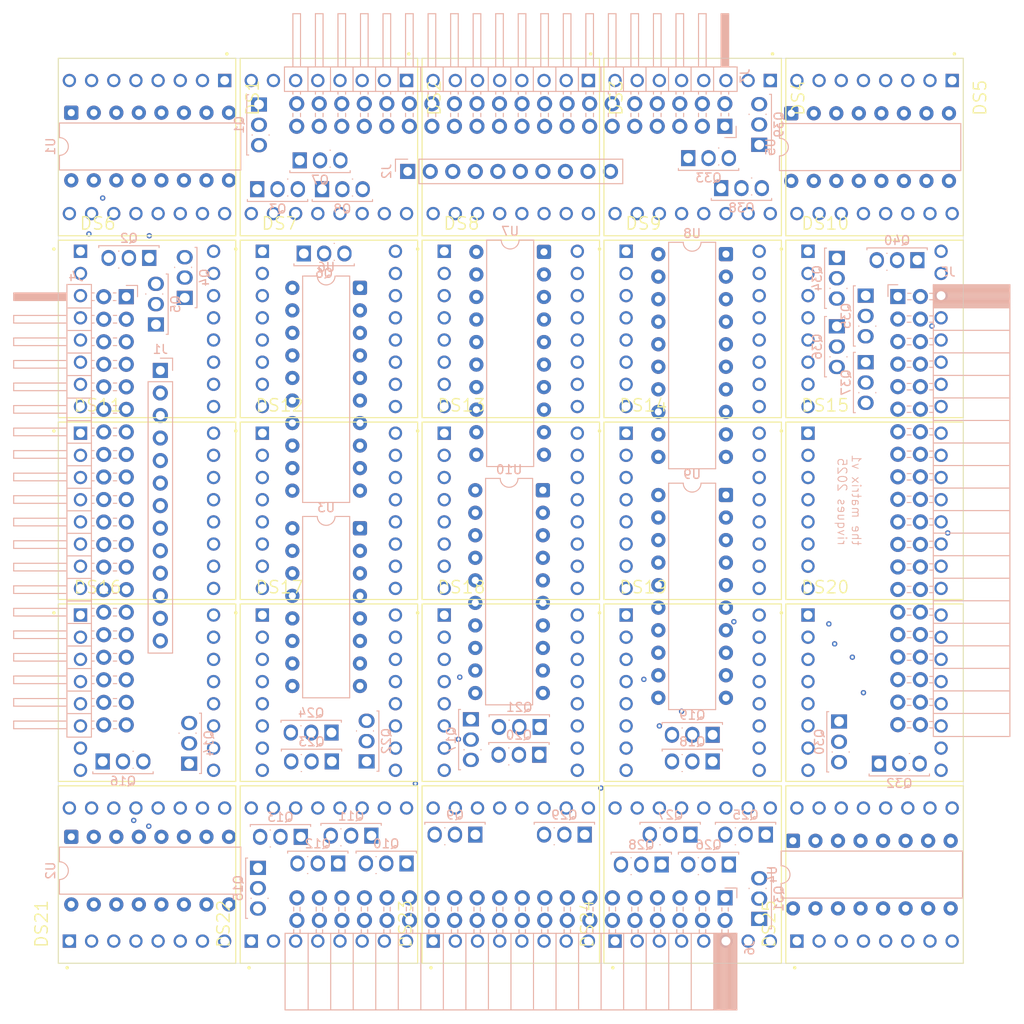
<source format=kicad_pcb>
(kicad_pcb (version 20241229) (generator "pcbnew") (generator_version "9.0")
  (layers (0 "F.Cu" signal) (4 "In1.Cu" signal) (6 "In2.Cu" signal) (2 "B.Cu" signal) (13 "F.Paste" user) (15 "B.Paste" user) (5 "F.SilkS" user "F.Silkscreen") (7 "B.SilkS" user "B.Silkscreen") (1 "F.Mask" user) (3 "B.Mask" user) (25 "Edge.Cuts" user))
  (net 0 "")
  (net 1 "/ROWA4")
  (net 2 "/ROWA1")
  (net 3 "/COLA6")
  (net 4 "/ROWA7")
  (net 5 "/ROWA0")
  (net 6 "/COLA4")
  (net 7 "/COLA5")
  (net 8 "/COLA0")
  (net 9 "/COLA2")
  (net 10 "/COLA1")
  (net 11 "/COLA3")
  (net 12 "/ROWA5")
  (net 13 "/ROWA6")
  (net 14 "/ROWA3")
  (net 15 "/COLA7")
  (net 16 "/ROWA2")
  (net 17 "/COLA14")
  (net 18 "/COLA9")
  (net 19 "/COLA11")
  (net 20 "/COLA12")
  (net 21 "/COLA10")
  (net 22 "/COLA13")
  (net 23 "/COLA8")
  (net 24 "/COLA15")
  (net 25 "/COLA22")
  (net 26 "/COLA17")
  (net 27 "/COLA18")
  (net 28 "/COLA21")
  (net 29 "/COLA20")
  (net 30 "/COLA19")
  (net 31 "/COLA16")
  (net 32 "/COLA23")
  (net 33 "/COLA27")
  (net 34 "/COLA30")
  (net 35 "/COLA31")
  (net 36 "/COLA24")
  (net 37 "/COLA28")
  (net 38 "/COLA26")
  (net 39 "/COLA29")
  (net 40 "/COLA25")
  (net 41 "/COLA37")
  (net 42 "/COLA38")
  (net 43 "/COLA36")
  (net 44 "/COLA39")
  (net 45 "/COLA34")
  (net 46 "/COLA33")
  (net 47 "/COLA32")
  (net 48 "/COLA35")
  (net 49 "/ROWA13")
  (net 50 "/ROWA12")
  (net 51 "/ROWA15")
  (net 52 "/ROWA10")
  (net 53 "/ROWA8")
  (net 54 "/ROWA14")
  (net 55 "/ROWA11")
  (net 56 "/ROWA9")
  (net 57 "/ROWA23")
  (net 58 "/ROWA22")
  (net 59 "/ROWA18")
  (net 60 "/ROWA21")
  (net 61 "/ROWA17")
  (net 62 "/ROWA16")
  (net 63 "/ROWA20")
  (net 64 "/ROWA19")
  (net 65 "/ROWA26")
  (net 66 "/ROWA28")
  (net 67 "/ROWA31")
  (net 68 "/ROWA24")
  (net 69 "/ROWA30")
  (net 70 "/ROWA25")
  (net 71 "/ROWA27")
  (net 72 "/ROWA29")
  (net 73 "/ROWA34")
  (net 74 "/ROWA37")
  (net 75 "/ROWA39")
  (net 76 "/ROWA35")
  (net 77 "/ROWA32")
  (net 78 "/ROWA36")
  (net 79 "/ROWA33")
  (net 80 "/ROWA38")
  (net 81 "GND")
  (net 82 "/ROWCLR")
  (net 83 "/ROWDAT0")
  (net 84 "/ROWEN")
  (net 85 "+5V")
  (net 86 "/ROWLATCH")
  (net 87 "/ROWCLK")
  (net 88 "/ROWDAT1")
  (net 89 "/ROWDAT4")
  (net 90 "/ROWDAT3")
  (net 91 "/ROWDAT2")
  (net 92 "/COLCLK")
  (net 93 "/COLEN")
  (net 94 "/COLCLR")
  (net 95 "/COLDATIN")
  (net 96 "/COLDATOUT")
  (net 97 "/COLLATCH")
  (net 98 "Net-(Q1-G)")
  (net 99 "Net-(Q2-G)")
  (net 100 "Net-(Q3-G)")
  (net 101 "Net-(Q4-G)")
  (net 102 "Net-(Q5-G)")
  (net 103 "Net-(Q6-G)")
  (net 104 "Net-(Q7-G)")
  (net 105 "Net-(Q8-G)")
  (net 106 "Net-(Q9-G)")
  (net 107 "Net-(Q10-G)")
  (net 108 "Net-(Q11-G)")
  (net 109 "Net-(Q12-G)")
  (net 110 "Net-(Q13-G)")
  (net 111 "Net-(Q14-G)")
  (net 112 "Net-(Q15-G)")
  (net 113 "Net-(Q16-G)")
  (net 114 "Net-(Q17-G)")
  (net 115 "Net-(Q18-G)")
  (net 116 "Net-(Q19-G)")
  (net 117 "Net-(Q20-G)")
  (net 118 "Net-(Q21-G)")
  (net 119 "Net-(Q22-G)")
  (net 120 "Net-(Q23-G)")
  (net 121 "Net-(Q24-G)")
  (net 122 "Net-(Q25-G)")
  (net 123 "Net-(Q26-G)")
  (net 124 "Net-(Q27-G)")
  (net 125 "Net-(Q28-G)")
  (net 126 "Net-(Q29-G)")
  (net 127 "Net-(Q30-G)")
  (net 128 "Net-(Q31-G)")
  (net 129 "Net-(Q32-G)")
  (net 130 "Net-(Q33-G)")
  (net 131 "Net-(Q34-G)")
  (net 132 "Net-(Q35-G)")
  (net 133 "Net-(Q36-G)")
  (net 134 "Net-(Q37-G)")
  (net 135 "Net-(Q38-G)")
  (net 136 "Net-(Q39-G)")
  (net 137 "Net-(Q40-G)")
  (net 138 "Net-(U1-QH')")
  (net 139 "Net-(U2-QH')")
  (net 140 "Net-(U3-QH')")
  (net 141 "Net-(U4-QH')")
  (footprint "snapmagic:DISPLAY_TA08-81GWA" (layer "F.Cu") (at 198.5 41.25 -90)
    (property "Reference" "DS5")
    (property "Value" "TA08-81GWA")
  )
  (footprint "snapmagic:DISPLAY_TA08-81GWA" (layer "F.Cu") (at 157.5 41.25 -90)
    (property "Reference" "DS3")
    (property "Value" "TA08-81GWA")
  )
  (footprint "snapmagic:DISPLAY_TA08-81GWA" (layer "F.Cu") (at 157.5 102.75)
    (property "Reference" "DS18")
    (property "Value" "TA08-81GWA")
  )
  (footprint "snapmagic:DISPLAY_TA08-81GWA" (layer "F.Cu") (at 116.5 61.75)
    (property "Reference" "DS6")
    (property "Value" "TA08-81GWA")
  )
  (footprint "snapmagic:DISPLAY_TA08-81GWA" (layer "F.Cu") (at 137 82.25)
    (property "Reference" "DS12")
    (property "Value" "TA08-81GWA")
  )
  (footprint "snapmagic:DISPLAY_TA08-81GWA" (layer "F.Cu") (at 137 41.25 -90)
    (property "Reference" "DS2")
    (property "Value" "TA08-81GWA")
  )
  (footprint "snapmagic:DISPLAY_TA08-81GWA" (layer "F.Cu") (at 116.5 41.25 -90)
    (property "Reference" "DS1")
    (property "Value" "TA08-81GWA")
  )
  (footprint "snapmagic:DISPLAY_TA08-81GWA" (layer "F.Cu") (at 178 102.75)
    (property "Reference" "DS19")
    (property "Value" "TA08-81GWA")
  )
  (footprint "snapmagic:DISPLAY_TA08-81GWA" (layer "F.Cu") (at 137 123.25 90)
    (property "Reference" "DS22")
    (property "Value" "TA08-81GWA")
  )
  (footprint "snapmagic:DISPLAY_TA08-81GWA" (layer "F.Cu") (at 198.5 123.25 90)
    (property "Reference" "DS25")
    (property "Value" "TA08-81GWA")
  )
  (footprint "snapmagic:DISPLAY_TA08-81GWA" (layer "F.Cu") (at 157.5 61.75)
    (property "Reference" "DS8")
    (property "Value" "TA08-81GWA")
  )
  (footprint "snapmagic:DISPLAY_TA08-81GWA" (layer "F.Cu") (at 137 102.75)
    (property "Reference" "DS17")
    (property "Value" "TA08-81GWA")
  )
  (footprint "snapmagic:DISPLAY_TA08-81GWA" (layer "F.Cu") (at 116.5 102.75)
    (property "Reference" "DS16")
    (property "Value" "TA08-81GWA")
  )
  (footprint "snapmagic:DISPLAY_TA08-81GWA" (layer "F.Cu") (at 157.5 82.25)
    (property "Reference" "DS13")
    (property "Value" "TA08-81GWA")
  )
  (footprint "snapmagic:DISPLAY_TA08-81GWA" (layer "F.Cu") (at 178 61.75)
    (property "Reference" "DS9")
    (property "Value" "TA08-81GWA")
  )
  (footprint "snapmagic:DISPLAY_TA08-81GWA" (layer "F.Cu") (at 116.5 82.25)
    (property "Reference" "DS11")
    (property "Value" "TA08-81GWA")
  )
  (footprint "snapmagic:DISPLAY_TA08-81GWA" (layer "F.Cu") (at 178 41.25 -90)
    (property "Reference" "DS4")
    (property "Value" "TA08-81GWA")
  )
  (footprint "snapmagic:DISPLAY_TA08-81GWA" (layer "F.Cu") (at 198.5 82.25)
    (property "Reference" "DS15")
    (property "Value" "TA08-81GWA")
  )
  (footprint "snapmagic:DISPLAY_TA08-81GWA" (layer "F.Cu") (at 178 123.25 90)
    (property "Reference" "DS24")
    (property "Value" "TA08-81GWA")
  )
  (footprint "snapmagic:DISPLAY_TA08-81GWA" (layer "F.Cu") (at 157.5 123.25 90)
    (property "Reference" "DS23")
    (property "Value" "TA08-81GWA")
  )
  (footprint "snapmagic:DISPLAY_TA08-81GWA" (layer "F.Cu") (at 198.5 102.75)
    (property "Reference" "DS20")
    (property "Value" "TA08-81GWA")
  )
  (footprint "snapmagic:DISPLAY_TA08-81GWA" (layer "F.Cu") (at 137 61.75)
    (property "Reference" "DS7")
    (property "Value" "TA08-81GWA")
  )
  (footprint "snapmagic:DISPLAY_TA08-81GWA" (layer "F.Cu") (at 178 82.25)
    (property "Reference" "DS14")
    (property "Value" "TA08-81GWA")
  )
  (footprint "snapmagic:DISPLAY_TA08-81GWA" (layer "F.Cu") (at 116.5 123.25 90)
    (property "Reference" "DS21")
    (property "Value" "TA08-81GWA")
  )
  (footprint "snapmagic:DISPLAY_TA08-81GWA" (layer "F.Cu") (at 198.5 61.75)
    (property "Reference" "DS10")
    (property "Value" "TA08-81GWA")
  )
  (footprint "TO-251-ThinPads:TO-251-3_Vertical_ThinPads" (layer "B.Cu") (at 133.83 119 180)
    (property "Reference" "Q13")
    (property "Value" "Q_PMOS_GDS")
  )
  (footprint "TO-251-ThinPads:TO-251-3_Vertical_ThinPads" (layer "B.Cu") (at 134.17 53.25)
    (property "Reference" "Q6")
    (property "Value" "Q_PMOS_GDS")
  )
  (footprint "TO-251-ThinPads:TO-251-3_Vertical_ThinPads" (layer "B.Cu") (at 182.08 122.12 180)
    (property "Reference" "Q26")
    (property "Value" "Q_PMOS_GDS")
  )
  (footprint "TO-251-ThinPads:TO-251-3_Vertical_ThinPads" (layer "B.Cu") (at 185.5 41 90)
    (property "Reference" "Q39")
    (property "Value" "Q_PMOS_GDS")
  )
  (footprint "TO-251-ThinPads:TO-251-3_Vertical_ThinPads" (layer "B.Cu") (at 194.25 61.46 -90)
    (property "Reference" "Q36")
    (property "Value" "Q_PMOS_GDS")
  )
  (footprint "TO-251-ThinPads:TO-251-3_Vertical_ThinPads" (layer "B.Cu") (at 141.79 118.87 180)
    (property "Reference" "Q11")
    (property "Value" "Q_PMOS_GDS")
  )
  (footprint "TO-251-ThinPads:TO-251-3_Vertical_ThinPads" (layer "B.Cu") (at 141.25 110.5 90)
    (property "Reference" "Q22")
    (property "Value" "Q_PMOS_GDS")
  )
  (footprint "TO-251-ThinPads:TO-251-3_Vertical_ThinPads" (layer "B.Cu") (at 181.21 45.88)
    (property "Reference" "Q38")
    (property "Value" "Q_PMOS_GDS")
  )
  (footprint "Package_DIP:DIP-20_W7.62mm" (layer "B.Cu") (at 140.5 57.12 180)
    (property "Reference" "U6")
    (property "Value" "TPIC6B595N")
  )
  (footprint "TO-251-ThinPads:TO-251-3_Vertical_ThinPads" (layer "B.Cu") (at 177.5 42.5)
    (property "Reference" "Q33")
    (property "Value" "Q_PMOS_GDS")
  )
  (footprint "TO-251-ThinPads:TO-251-3_Vertical_ThinPads" (layer "B.Cu") (at 121.25 110.75 90)
    (property "Reference" "Q14")
    (property "Value" "Q_PMOS_GDS")
  )
  (footprint "TO-251-ThinPads:TO-251-3_Vertical_ThinPads" (layer "B.Cu") (at 117.5 61.25 90)
    (property "Reference" "Q5")
    (property "Value" "Q_PMOS_GDS")
  )
  (footprint "Connector_PinSocket_2.54mm:PinSocket_2x20_P2.54mm_Horizontal" (layer "B.Cu") (at 181.65 125.875 90)
    (property "Reference" "J6")
    (property "Value" "Conn_02x20_Odd_Even")
  )
  (footprint "Package_DIP:DIP-16_W7.62mm" (layer "B.Cu") (at 140.5 84.22 180)
    (property "Reference" "U3")
    (property "Value" "74HC595")
  )
  (footprint "TO-251-ThinPads:TO-251-3_Vertical_ThinPads" (layer "B.Cu") (at 129 122.5 -90)
    (property "Reference" "Q15")
    (property "Value" "Q_PMOS_GDS")
  )
  (footprint "TO-251-ThinPads:TO-251-3_Vertical_ThinPads" (layer "B.Cu") (at 145.75 122 180)
    (property "Reference" "Q10")
    (property "Value" "Q_PMOS_GDS")
  )
  (footprint "TO-251-ThinPads:TO-251-3_Vertical_ThinPads" (layer "B.Cu") (at 174.5 122.12 180)
    (property "Reference" "Q28")
    (property "Value" "Q_PMOS_GDS")
  )
  (footprint "Connector_PinHeader_2.54mm:PinHeader_2x20_P2.54mm_Horizontal" (layer "B.Cu") (at 114.16 58.12 180)
    (property "Reference" "J4")
    (property "Value" "Conn_02x20_Odd_Even")
  )
  (footprint "TO-251-ThinPads:TO-251-3_Vertical_ThinPads" (layer "B.Cu") (at 153 105.75 -90)
    (property "Reference" "Q17")
    (property "Value" "Q_PMOS_GDS")
  )
  (footprint "TO-251-ThinPads:TO-251-3_Vertical_ThinPads" (layer "B.Cu") (at 160.75 106.62 180)
    (property "Reference" "Q21")
    (property "Value" "Q_PMOS_GDS")
  )
  (footprint "Package_DIP:DIP-16_W7.62mm" (layer "B.Cu") (at 189.3 119.445 -90)
    (property "Reference" "U4")
    (property "Value" "74HC595")
  )
  (footprint "TO-251-ThinPads:TO-251-3_Vertical_ThinPads" (layer "B.Cu") (at 194.25 53.75 -90)
    (property "Reference" "Q34")
    (property "Value" "Q_PMOS_GDS")
  )
  (footprint "TO-251-ThinPads:TO-251-3_Vertical_ThinPads" (layer "B.Cu") (at 185.5 128.25 90)
    (property "Reference" "Q31")
    (property "Value" "Q_PMOS_GDS")
  )
  (footprint "TO-251-ThinPads:TO-251-3_Vertical_ThinPads" (layer "B.Cu") (at 153.5 118.75 180)
    (property "Reference" "Q9")
    (property "Value" "Q_PMOS_GDS")
  )
  (footprint "TO-251-ThinPads:TO-251-3_Vertical_ThinPads" (layer "B.Cu") (at 137.29 107.25 180)
    (property "Reference" "Q24")
    (property "Value" "Q_PMOS_GDS")
  )
  (footprint "TO-251-ThinPads:TO-251-3_Vertical_ThinPads" (layer "B.Cu") (at 128.92 46)
    (property "Reference" "Q3")
    (property "Value" "Q_PMOS_GDS")
  )
  (footprint "TO-251-ThinPads:TO-251-3_Vertical_ThinPads" (layer "B.Cu") (at 111.5 110.5)
    (property "Reference" "Q16")
    (property "Value" "Q_PMOS_GDS")
  )
  (footprint "Connector_PinHeader_2.54mm:PinHeader_2x20_P2.54mm_Horizontal" (layer "B.Cu") (at 181.63 38.91 90)
    (property "Reference" "J3")
    (property "Value" "Conn_02x20_Odd_Even")
  )
  (footprint "TO-251-ThinPads:TO-251-3_Vertical_ThinPads" (layer "B.Cu") (at 120.75 58.25 90)
    (property "Reference" "Q4")
    (property "Value" "Q_PMOS_GDS")
  )
  (footprint "Package_DIP:DIP-20_W7.62mm" (layer "B.Cu") (at 181.75 53.32 180)
    (property "Reference" "U8")
    (property "Value" "TPIC6B595N")
  )
  (footprint "Package_DIP:DIP-20_W7.62mm" (layer "B.Cu") (at 181.75 80.47 180)
    (property "Reference" "U9")
    (property "Value" "TPIC6B595N")
  )
  (footprint "TO-251-ThinPads:TO-251-3_Vertical_ThinPads" (layer "B.Cu") (at 165.83 118.75 180)
    (property "Reference" "Q29")
    (property "Value" "Q_PMOS_GDS")
  )
  (footprint "Connector_PinHeader_2.54mm:PinHeader_1x10_P2.54mm_Vertical" (layer "B.Cu") (at 145.88 44 -90)
    (property "Reference" "J2")
    (property "Value" "DNP")
  )
  (footprint "Package_DIP:DIP-16_W7.62mm" (layer "B.Cu") (at 107.96 37.38 -90)
    (property "Reference" "U1")
    (property "Value" "74HC595")
  )
  (footprint "Connector_PinSocket_2.54mm:PinSocket_2x20_P2.54mm_Horizontal" (layer "B.Cu") (at 201.125 58.1 180)
    (property "Reference" "J5")
    (property "Value" "Conn_02x20_Odd_Even")
  )
  (footprint "Package_DIP:DIP-16_W7.62mm" (layer "B.Cu") (at 107.96 119 -90)
    (property "Reference" "U2")
    (property "Value" "74HC595")
  )
  (footprint "TO-251-ThinPads:TO-251-3_Vertical_ThinPads" (layer "B.Cu") (at 186.25 118.75 180)
    (property "Reference" "Q25")
    (property "Value" "Q_PMOS_GDS")
  )
  (footprint "TO-251-ThinPads:TO-251-3_Vertical_ThinPads" (layer "B.Cu") (at 194.5 106 -90)
    (property "Reference" "Q30")
    (property "Value" "Q_PMOS_GDS")
  )
  (footprint "TO-251-ThinPads:TO-251-3_Vertical_ThinPads" (layer "B.Cu") (at 197.5 65.5 -90)
    (property "Reference" "Q37")
    (property "Value" "Q_PMOS_GDS")
  )
  (footprint "TO-251-ThinPads:TO-251-3_Vertical_ThinPads" (layer "B.Cu") (at 129.12 36.46 -90)
    (property "Reference" "Q1")
    (property "Value" "Q_PMOS_GDS")
  )
  (footprint "Package_DIP:DIP-20_W7.62mm" (layer "B.Cu") (at 161.12 79.93 180)
    (property "Reference" "U10")
    (property "Value" "TPIC6B595N")
  )
  (footprint "Package_DIP:DIP-20_W7.62mm" (layer "B.Cu") (at 161.24 53.07 180)
    (property "Reference" "U7")
    (property "Value" "TPIC6B595N")
  )
  (footprint "TO-251-ThinPads:TO-251-3_Vertical_ThinPads" (layer "B.Cu") (at 133.71 42.75)
    (property "Reference" "Q7")
    (property "Value" "Q_PMOS_GDS")
  )
  (footprint "TO-251-ThinPads:TO-251-3_Vertical_ThinPads" (layer "B.Cu") (at 180.25 110.5 180)
    (property "Reference" "Q18")
    (property "Value" "Q_PMOS_GDS")
  )
  (footprint "TO-251-ThinPads:TO-251-3_Vertical_ThinPads" (layer "B.Cu") (at 136.225 46)
    (property "Reference" "Q8")
    (property "Value" "Q_PMOS_GDS")
  )
  (footprint "Package_DIP:DIP-16_W7.62mm" (layer "B.Cu") (at 189.11 37.445 -90)
    (property "Reference" "U5")
    (property "Value" "74HC595")
  )
  (footprint "TO-251-ThinPads:TO-251-3_Vertical_ThinPads" (layer "B.Cu") (at 199 110.75)
    (property "Reference" "Q32")
    (property "Value" "Q_PMOS_GDS")
  )
  (footprint "Connector_PinHeader_2.54mm:PinHeader_1x13_P2.54mm_Vertical" (layer "B.Cu") (at 118 66.43 180)
    (property "Reference" "J1")
    (property "Value" "DNP")
  )
  (footprint "TO-251-ThinPads:TO-251-3_Vertical_ThinPads" (layer "B.Cu") (at 203.33 54 180)
    (property "Reference" "Q40")
    (property "Value" "Q_PMOS_GDS")
  )
  (footprint "TO-251-ThinPads:TO-251-3_Vertical_ThinPads" (layer "B.Cu") (at 177.75 118.75 180)
    (property "Reference" "Q27")
    (property "Value" "Q_PMOS_GDS")
  )
  (footprint "TO-251-ThinPads:TO-251-3_Vertical_ThinPads" (layer "B.Cu") (at 160.71 109.75 180)
    (property "Reference" "Q20")
    (property "Value" "Q_PMOS_GDS")
  )
  (footprint "TO-251-ThinPads:TO-251-3_Vertical_ThinPads" (layer "B.Cu") (at 180.25 107.5 180)
    (property "Reference" "Q19")
    (property "Value" "Q_PMOS_GDS")
  )
  (footprint "TO-251-ThinPads:TO-251-3_Vertical_ThinPads" (layer "B.Cu") (at 138.04 122 180)
    (property "Reference" "Q12")
    (property "Value" "Q_PMOS_GDS")
  )
  (footprint "TO-251-ThinPads:TO-251-3_Vertical_ThinPads" (layer "B.Cu") (at 137.33 110.5 180)
    (property "Reference" "Q23")
    (property "Value" "Q_PMOS_GDS")
  )
  (footprint "TO-251-ThinPads:TO-251-3_Vertical_ThinPads" (layer "B.Cu") (at 116.75 53.75 180)
    (property "Reference" "Q2")
    (property "Value" "Q_PMOS_GDS")
  )
  (footprint "TO-251-ThinPads:TO-251-3_Vertical_ThinPads" (layer "B.Cu") (at 197.5 58 -90)
    (property "Reference" "Q35")
    (property "Value" "Q_PMOS_GDS")
  )
  (gr_rect (start 106.5 31.25) (end 208.5 133.25) (stroke (width 0.05)) (fill no) (layer "Edge.Cuts"))
  (gr_text "the matrix v1\nrivques 2025" (at 194.25 86.25 270) (layer "B.SilkS") (effects (font (size 1 1) (thickness 0.1)) (justify left bottom mirror)))
  (via (at 115 117.15) (size 0.6) (drill 0.3) (layers "F.Cu" "B.Cu") (net 3))
  (via (at 109.950735 51.049265) (size 0.6) (drill 0.3) (layers "F.Cu" "B.Cu") (net 9))
  (via (at 111.5 47) (size 0.6) (drill 0.3) (layers "F.Cu" "B.Cu") (net 9))
  (via (at 116.75 51.25) (size 0.6) (drill 0.3) (layers "F.Cu" "B.Cu") (net 10))
  (via (at 116.698 117.802) (size 0.6) (drill 0.3) (layers "F.Cu" "B.Cu") (net 15))
  (via (at 146.75 113) (size 0.6) (drill 0.3) (layers "F.Cu" "B.Cu") (net 24))
  (via (at 151.75 101) (size 0.6) (drill 0.3) (layers "F.Cu" "B.Cu") (net 27))
  (via (at 151.6 108) (size 0.6) (drill 0.3) (layers "F.Cu" "B.Cu") (net 29))
  (via (at 167.65 113.5) (size 0.6) (drill 0.3) (layers "F.Cu" "B.Cu") (net 32))
  (via (at 182.646 94.75) (size 0.6) (drill 0.3) (layers "F.Cu" "B.Cu") (net 35))
  (via (at 176.75 104.849) (size 0.6) (drill 0.3) (layers "F.Cu" "B.Cu") (net 36))
  (via (at 174.25 106.5) (size 0.6) (drill 0.3) (layers "F.Cu" "B.Cu") (net 37))
  (via (at 172.5 101.25) (size 0.6) (drill 0.3) (layers "F.Cu" "B.Cu") (net 38))
  (via (at 194 97.25) (size 0.6) (drill 0.3) (layers "F.Cu" "B.Cu") (net 42))
  (via (at 193.35 95) (size 0.6) (drill 0.3) (layers "F.Cu" "B.Cu") (net 44))
  (via (at 196 98.75) (size 0.6) (drill 0.3) (layers "F.Cu" "B.Cu") (net 46))
  (via (at 197.25 102.75) (size 0.6) (drill 0.3) (layers "F.Cu" "B.Cu") (net 47))
  (via (at 206.75 84.75) (size 0.6) (drill 0.3) (layers "F.Cu" "B.Cu") (net 48))
  (via (at 204.966969 61.429) (size 0.6) (drill 0.3) (layers "F.Cu" "B.Cu") (net 48))
)
</source>
